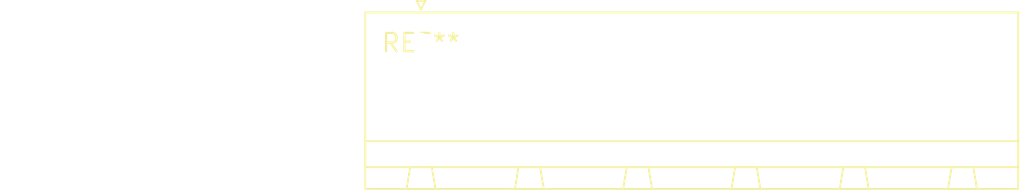
<source format=kicad_pcb>
(kicad_pcb (version 20240108) (generator pcbnew)
  (layers (0 "F.Cu" signal) (31 "B.Cu" signal) (34 "B.Paste" user) (35 "F.Paste" user) (36 "B.SilkS" user "B.Silkscreen") (37 "F.SilkS" user "F.Silkscreen") (38 "B.Mask" user) (39 "F.Mask" user) (44 "Edge.Cuts" user))
  (net 0 "")
  (footprint "PhoenixContact_GMSTBA_2,5_6-G_1x06_P7.50mm_Horizontal" (layer "F.Cu") (at 0 0)
    (property "Reference" "REF**")
    (property "Value" "PhoenixContact_GMSTBA_2,5_6-G_1x06_P7.50mm_Horizontal")
    (fp_line (start -3.86 -2.11) (end -3.86 10.11) (layer "F.SilkS") (stroke (width 0.12)))
    (fp_line (start -3.86 6.81) (end 41.36 6.81) (layer "F.SilkS") (stroke (width 0.12)))
    (fp_line (start -3.86 8.61) (end -3.86 6.81) (layer "F.SilkS") (stroke (width 0.12)))
    (fp_line (start -3.86 10.11) (end 41.36 10.11) (layer "F.SilkS") (stroke (width 0.12)))
    (fp_line (start -1 10.11) (end 1 10.11) (layer "F.SilkS") (stroke (width 0.12)))
    (fp_line (start -0.75 8.61) (end -1 10.11) (layer "F.SilkS") (stroke (width 0.12)))
    (fp_line (start -0.3 -2.91) (end 0.3 -2.91) (layer "F.SilkS") (stroke (width 0.12)))
    (fp_line (start 0 -2.31) (end -0.3 -2.91) (layer "F.SilkS") (stroke (width 0.12)))
    (fp_line (start 0.3 -2.91) (end 0 -2.31) (layer "F.SilkS") (stroke (width 0.12)))
    (fp_line (start 0.75 8.61) (end -0.75 8.61) (layer "F.SilkS") (stroke (width 0.12)))
    (fp_line (start 1 10.11) (end 0.75 8.61) (layer "F.SilkS") (stroke (width 0.12)))
    (fp_line (start 6.5 10.11) (end 8.5 10.11) (layer "F.SilkS") (stroke (width 0.12)))
    (fp_line (start 6.75 8.61) (end 6.5 10.11) (layer "F.SilkS") (stroke (width 0.12)))
    (fp_line (start 8.25 8.61) (end 6.75 8.61) (layer "F.SilkS") (stroke (width 0.12)))
    (fp_line (start 8.5 10.11) (end 8.25 8.61) (layer "F.SilkS") (stroke (width 0.12)))
    (fp_line (start 14 10.11) (end 16 10.11) (layer "F.SilkS") (stroke (width 0.12)))
    (fp_line (start 14.25 8.61) (end 14 10.11) (layer "F.SilkS") (stroke (width 0.12)))
    (fp_line (start 15.75 8.61) (end 14.25 8.61) (layer "F.SilkS") (stroke (width 0.12)))
    (fp_line (start 16 10.11) (end 15.75 8.61) (layer "F.SilkS") (stroke (width 0.12)))
    (fp_line (start 21.5 10.11) (end 23.5 10.11) (layer "F.SilkS") (stroke (width 0.12)))
    (fp_line (start 21.75 8.61) (end 21.5 10.11) (layer "F.SilkS") (stroke (width 0.12)))
    (fp_line (start 23.25 8.61) (end 21.75 8.61) (layer "F.SilkS") (stroke (width 0.12)))
    (fp_line (start 23.5 10.11) (end 23.25 8.61) (layer "F.SilkS") (stroke (width 0.12)))
    (fp_line (start 29 10.11) (end 31 10.11) (layer "F.SilkS") (stroke (width 0.12)))
    (fp_line (start 29.25 8.61) (end 29 10.11) (layer "F.SilkS") (stroke (width 0.12)))
    (fp_line (start 30.75 8.61) (end 29.25 8.61) (layer "F.SilkS") (stroke (width 0.12)))
    (fp_line (start 31 10.11) (end 30.75 8.61) (layer "F.SilkS") (stroke (width 0.12)))
    (fp_line (start 36.5 10.11) (end 38.5 10.11) (layer "F.SilkS") (stroke (width 0.12)))
    (fp_line (start 36.75 8.61) (end 36.5 10.11) (layer "F.SilkS") (stroke (width 0.12)))
    (fp_line (start 38.25 8.61) (end 36.75 8.61) (layer "F.SilkS") (stroke (width 0.12)))
    (fp_line (start 38.5 10.11) (end 38.25 8.61) (layer "F.SilkS") (stroke (width 0.12)))
    (fp_line (start 41.36 -2.11) (end -3.86 -2.11) (layer "F.SilkS") (stroke (width 0.12)))
    (fp_line (start 41.36 6.81) (end 41.36 8.61) (layer "F.SilkS") (stroke (width 0.12)))
    (fp_line (start 41.36 8.61) (end -3.86 8.61) (layer "F.SilkS") (stroke (width 0.12)))
    (fp_line (start 41.36 10.11) (end 41.36 -2.11) (layer "F.SilkS") (stroke (width 0.12)))
    (pad "1" thru_hole roundrect (at 0 0) (size 2 3.6) (drill 1.4) (layers *.Cu *.Mask) (remove_unused_layers) (roundrect_rratio 0.125))
    (pad "2" thru_hole oval (at 7.5 0) (size 2 3.6) (drill 1.4) (layers *.Cu *.Mask) (remove_unused_layers))
    (pad "3" thru_hole oval (at 15 0) (size 2 3.6) (drill 1.4) (layers *.Cu *.Mask) (remove_unused_layers))
    (pad "4" thru_hole oval (at 22.5 0) (size 2 3.6) (drill 1.4) (layers *.Cu *.Mask) (remove_unused_layers))
    (pad "5" thru_hole oval (at 30 0) (size 2 3.6) (drill 1.4) (layers *.Cu *.Mask) (remove_unused_layers))
    (pad "6" thru_hole oval (at 37.5 0) (size 2 3.6) (drill 1.4) (layers *.Cu *.Mask) (remove_unused_layers))
  )
)
</source>
